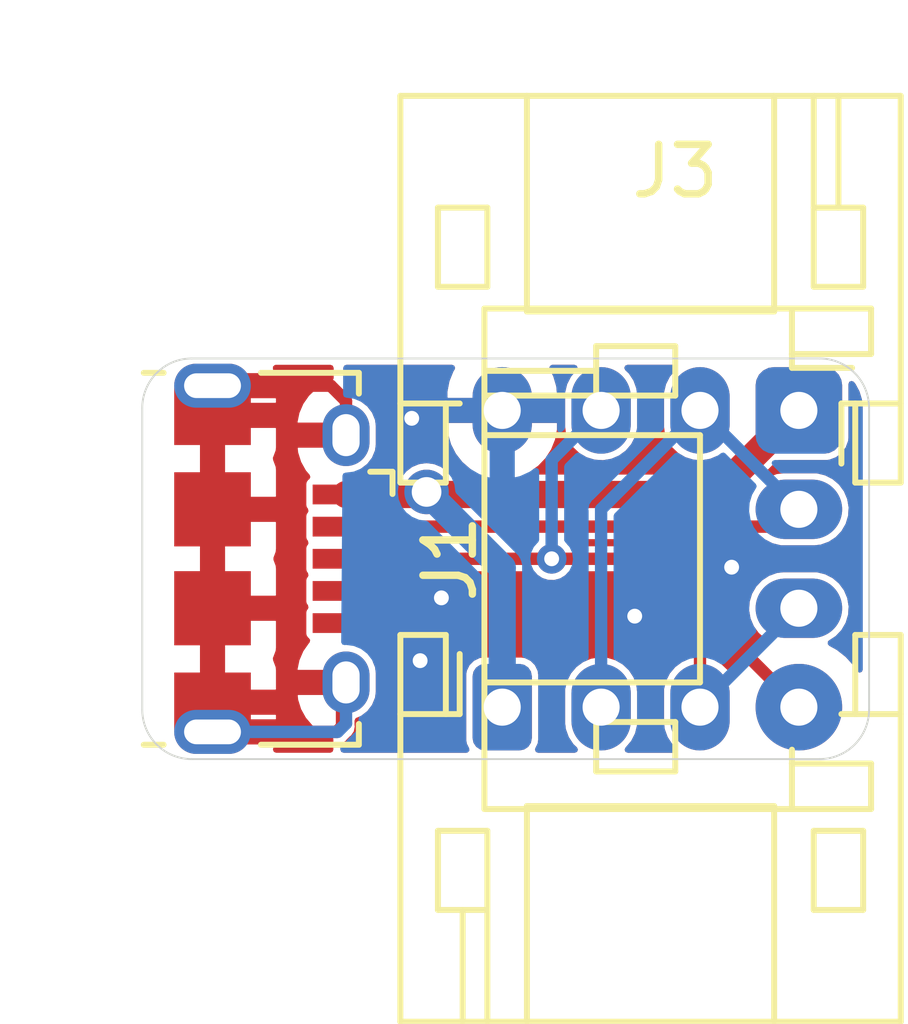
<source format=kicad_pcb>
(kicad_pcb (version 20211014) (generator pcbnew)
  (layers (0 "F.Cu" signal) (31 "B.Cu" signal) (34 "B.Paste" user) (35 "F.Paste" user) (36 "B.SilkS" user "B.Silkscreen") (37 "F.SilkS" user "F.Silkscreen") (38 "B.Mask" user) (39 "F.Mask" user) (44 "Edge.Cuts" user))
  (net 0 "")
  (net 1 "DP_MICRO")
  (net 2 "DM_MICRO")
  (net 3 "VBUS")
  (net 5 "GND1")
  (net 6 "SHIELD")
  (footprint "Connector_JST:JST_PH_S4B-PH-K_1x04_P2.00mm_Horizontal" (layer "F.Cu") (at 118.08 47 180)
    (fp_text reference "J3" (at 2.502 4.835) (layer "F.SilkS"))
    (fp_text value "Conn_01x04")
    (fp_line (start -2.06 -1.46) (end -2.06 6.36) (layer "F.SilkS") (width 0.12))
    (fp_line (start 7.14 -1.46) (end 7.14 0.14) (layer "F.SilkS") (width 0.12))
    (fp_line (start 7.3 2.5) (end 7.3 4.1) (layer "F.SilkS") (width 0.12))
    (fp_line (start 6.3 -8.5) (end 7.3 -8.5) (layer "F.SilkS") (width 0.12))
    (fp_line (start 6.3 4.1) (end 6.3 2.5) (layer "F.SilkS") (width 0.12))
    (fp_line (start -2.06 -4.54) (end -1.14 -4.54) (layer "F.SilkS") (width 0.12))
    (fp_line (start 8.06 -12.36) (end -2.06 -12.36) (layer "F.SilkS") (width 0.12))
    (fp_line (start -1.46 1.14) (end -1.46 2.06) (layer "F.SilkS") (width 0.12))
    (fp_line (start 6.86 -6.14) (end 6.86 -4.925) (layer "F.SilkS") (width 0.12))
    (fp_line (start -1.14 -1.46) (end -2.06 -1.46) (layer "F.SilkS") (width 0.12))
    (fp_line (start 4.1 0.3) (end 2.5 0.3) (layer "F.SilkS") (width 0.12))
    (fp_line (start -1.3 -10.1) (end -0.3 -10.1) (layer "F.SilkS") (width 0.12))
    (fp_line (start -1.46 2.06) (end 6.36 2.06) (layer "F.SilkS") (width 0.12))
    (fp_line (start -0.3 -10.1) (end -0.3 -8.5) (layer "F.SilkS") (width 0.12))
    (fp_line (start -1.14 -6.14) (end -0.86 -6.14) (layer "F.SilkS") (width 0.12))
    (fp_line (start 2.5 1.3) (end 4.1 1.3) (layer "F.SilkS") (width 0.12))
    (fp_line (start -2.06 6.36) (end 8.06 6.36) (layer "F.SilkS") (width 0.12))
    (fp_line (start -2.06 0.14) (end -1.14 0.14) (layer "F.SilkS") (width 0.12))
    (fp_line (start -0.3 2.5) (end -1.3 2.5) (layer "F.SilkS") (width 0.12))
    (fp_line (start -2.06 -12.36) (end -2.06 -4.54) (layer "F.SilkS") (width 0.12))
    (fp_line (start 0.14 0.86) (end -1.075 0.86) (layer "F.SilkS") (width 0.12))
    (fp_line (start 7.3 4.1) (end 6.3 4.1) (layer "F.SilkS") (width 0.12))
    (fp_line (start -1.14 -4.54) (end -1.14 -6.14) (layer "F.SilkS") (width 0.12))
    (fp_line (start 6.3 -10.1) (end 6.3 -12.36) (layer "F.SilkS") (width 0.12))
    (fp_line (start 2 -5.5) (end 6.36 -5.5) (layer "F.SilkS") (width 0.12))
    (fp_line (start 6.36 2.06) (end 6.36 -8.06) (layer "F.SilkS") (width 0.12))
    (fp_line (start 2.5 -6.3) (end 2.5 -7.3) (layer "F.SilkS") (width 0.12))
    (fp_line (start 8.06 -6.14) (end 7.14 -6.14) (layer "F.SilkS") (width 0.12))
    (fp_line (start 6.3 -10.1) (end 6.3 -8.5) (layer "F.SilkS") (width 0.12))
    (fp_line (start 2.5 -7.3) (end 4.1 -7.3) (layer "F.SilkS") (width 0.12))
    (fp_line (start 7.3 -10.1) (end 6.3 -10.1) (layer "F.SilkS") (width 0.12))
    (fp_line (start 0.5 -8) (end 0.5 -12.36) (layer "F.SilkS") (width 0.12))
    (fp_line (start 5.5 -12.36) (end 5.5 -8) (layer "F.SilkS") (width 0.12))
    (fp_line (start -1.3 -8.5) (end -1.3 -10.1) (layer "F.SilkS") (width 0.12))
    (fp_line (start -2.06 -6.14) (end -1.14 -6.14) (layer "F.SilkS") (width 0.12))
    (fp_line (start 0.5 2) (end 5.5 2) (layer "F.SilkS") (width 0.12))
    (fp_line (start -1.46 -8.06) (end -1.46 -7.14) (layer "F.SilkS") (width 0.12))
    (fp_line (start 0.14 -7.14) (end 0.14 -6.86) (layer "F.SilkS") (width 0.12))
    (fp_line (start 4.1 1.3) (end 4.1 0.3) (layer "F.SilkS") (width 0.12))
    (fp_line (start 6.3 2.5) (end 7.3 2.5) (layer "F.SilkS") (width 0.12))
    (fp_line (start 2 -0.5) (end 2 -5.5) (layer "F.SilkS") (width 0.12))
    (fp_line (start -1.3 4.1) (end -0.3 4.1) (layer "F.SilkS") (width 0.12))
    (fp_line (start 5.5 -8) (end 0.5 -8) (layer "F.SilkS") (width 0.12))
    (fp_line (start 6.8 -10.1) (end 6.8 -12.36) (layer "F.SilkS") (width 0.12))
    (fp_line (start -0.3 4.1) (end -0.3 2.5) (layer "F.SilkS") (width 0.12))
    (fp_line (start 6.36 -8.06) (end -1.46 -8.06) (layer "F.SilkS") (width 0.12))
    (fp_line (start 8.06 0.14) (end 7.14 0.14) (layer "F.SilkS") (width 0.12))
    (fp_line (start 5.5 2) (end 5.5 6.36) (layer "F.SilkS") (width 0.12))
    (fp_line (start 4.1 -6.3) (end 2.5 -6.3) (layer "F.SilkS") (width 0.12))
    (fp_line (start -1.14 0.14) (end -1.14 -1.46) (layer "F.SilkS") (width 0.12))
    (fp_line (start 8.06 -1.46) (end 7.14 -1.46) (layer "F.SilkS") (width 0.12))
    (fp_line (start 0.14 -8.06) (end 0.14 -7.14) (layer "F.SilkS") (width 0.12))
    (fp_line (start -1.3 2.5) (end -1.3 4.1) (layer "F.SilkS") (width 0.12))
    (fp_line (start 8.06 -4.54) (end 8.06 -12.36) (layer "F.SilkS") (width 0.12))
    (fp_line (start -0.86 0.14) (end -0.86 -1.075) (layer "F.SilkS") (width 0.12))
    (fp_line (start 6.86 -6.14) (end 7.14 -6.14) (layer "F.SilkS") (width 0.12))
    (fp_line (start -0.3 -8.5) (end -1.3 -8.5) (layer "F.SilkS") (width 0.12))
    (fp_line (start 4.1 0.3) (end 6.36 0.3) (layer "F.SilkS") (width 0.12))
    (fp_line (start 7.14 -4.54) (end 8.06 -4.54) (layer "F.SilkS") (width 0.12))
    (fp_line (start 0.5 6.36) (end 0.5 2) (layer "F.SilkS") (width 0.12))
    (fp_line (start 0.14 1.14) (end -1.46 1.14) (layer "F.SilkS") (width 0.12))
    (fp_line (start 2.5 0.3) (end 2.5 1.3) (layer "F.SilkS") (width 0.12))
    (fp_line (start -0.86 0.14) (end -1.14 0.14) (layer "F.SilkS") (width 0.12))
    (fp_line (start 7.14 -6.14) (end 7.14 -4.54) (layer "F.SilkS") (width 0.12))
    (fp_line (start 4.1 -7.3) (end 4.1 -6.3) (layer "F.SilkS") (width 0.12))
    (fp_line (start 7.14 0.14) (end 6.86 0.14) (layer "F.SilkS") (width 0.12))
    (fp_line (start 8.06 6.36) (end 8.06 -1.46) (layer "F.SilkS") (width 0.12))
    (fp_line (start 7.3 -8.5) (end 7.3 -10.1) (layer "F.SilkS") (width 0.12))
    (fp_line (start -1.46 -7.14) (end 0.14 -7.14) (layer "F.SilkS") (width 0.12))
    (fp_line (start 6.36 -0.5) (end 2 -0.5) (layer "F.SilkS") (width 0.12))
    (fp_line (start -0.3 4.1) (end -0.3 6.36) (layer "F.SilkS") (width 0.12))
    (fp_line (start -0.8 4.1) (end -0.8 6.36) (layer "F.SilkS") (width 0.12))
    (fp_line (start 0.14 0.86) (end 0.14 1.14) (layer "F.SilkS") (width 0.12))
    (fp_line (start 0.14 2.06) (end 0.14 1.14) (layer "F.SilkS") (width 0.12))
    (fp_line (start 4.1 0.8) (end 6.36 0.8) (layer "F.SilkS") (width 0.12))
    (pad "1" thru_hole roundrect (at 0 0 270) (size 1.75 1.75) (drill 0.75) (layers *.Cu *.Mask) (roundrect_rratio 0.2083331429) (net 3 "VBUS"))
    (pad "1" thru_hole roundrect (at 6 -6) (size 1.2 1.75) (drill 0.75) (layers *.Cu *.Mask) (roundrect_rratio 0.2083333333) (net 3 "VBUS"))
    (pad "2" thru_hole oval (at 2 0 180) (size 1.2 1.75) (drill 0.75) (layers *.Cu *.Mask) (net 2 "DM_MICRO"))
    (pad "2" thru_hole oval (at 4 -6) (size 1.2 1.75) (drill 0.75) (layers *.Cu *.Mask) (net 2 "DM_MICRO"))
    (pad "2" thru_hole oval (at 0 -2 270) (size 1.2 1.75) (drill 0.75) (layers *.Cu *.Mask) (net 2 "DM_MICRO"))
    (pad "3" thru_hole oval (at 0 -4 270) (size 1.2 1.75) (drill 0.75) (layers *.Cu *.Mask) (net 1 "DP_MICRO"))
    (pad "3" thru_hole oval (at 2 -6) (size 1.2 1.75) (drill 0.75) (layers *.Cu *.Mask) (net 1 "DP_MICRO"))
    (pad "3" thru_hole oval (at 4 0 180) (size 1.2 1.75) (drill 0.75) (layers *.Cu *.Mask) (net 1 "DP_MICRO"))
    (pad "4" thru_hole oval (at 6 0 180) (size 1.2 1.75) (drill 0.75) (layers *.Cu *.Mask) (net 5 "GND1"))
    (pad "4" thru_hole oval (at 0 -6 270) (size 1.75 1.75) (drill 0.75) (layers *.Cu *.Mask) (net 5 "GND1"))
  )
  (footprint "Connector_USB:USB_Micro-B_Amphenol_10118194_Horizontal" (layer "F.Cu") (at 107.521 50 -90)
    (fp_text reference "J1" (at 0 -3.5 90) (layer "F.SilkS"))
    (fp_text value "USB_B_Micro")
    (fp_line (start -3.76 2.69) (end -3.76 2.29) (layer "F.SilkS") (width 0.12))
    (fp_line (start -3.76 0.32) (end -3.76 -1.66) (layer "F.SilkS") (width 0.12))
    (fp_line (start -1.76 -1.89) (end -1.76 -2.34) (layer "F.SilkS") (width 0.12))
    (fp_line (start 3.76 0.32) (end 3.76 -1.66) (layer "F.SilkS") (width 0.12))
    (fp_line (start 3.76 -1.66) (end 3.34 -1.66) (layer "F.SilkS") (width 0.12))
    (fp_line (start -1.31 -2.34) (end -1.76 -2.34) (layer "F.SilkS") (width 0.12))
    (fp_line (start -3.76 -1.66) (end -3.34 -1.66) (layer "F.SilkS") (width 0.12))
    (fp_line (start 3.76 2.29) (end 3.76 2.69) (layer "F.SilkS") (width 0.12))
    (pad "1" smd rect (at -1.3 -1.4 270) (size 0.4 1.35) (layers "F.Cu" "F.Paste" "F.Mask") (net 3 "VBUS"))
    (pad "2" smd rect (at -0.65 -1.4 270) (size 0.4 1.35) (layers "F.Cu" "F.Paste" "F.Mask") (net 2 "DM_MICRO"))
    (pad "3" smd rect (at 0 -1.4 270) (size 0.4 1.35) (layers "F.Cu" "F.Paste" "F.Mask") (net 1 "DP_MICRO"))
    (pad "4" smd rect (at 0.65 -1.4 270) (size 0.4 1.35) (layers "F.Cu" "F.Paste" "F.Mask"))
    (pad "5" smd rect (at 1.3 -1.4 270) (size 0.4 1.35) (layers "F.Cu" "F.Paste" "F.Mask") (net 5 "GND1"))
    (pad "6" smd rect (at 1 1.3 270) (size 1.5 1.55) (layers "F.Cu" "F.Paste" "F.Mask") (net 6 "SHIELD"))
    (pad "6" thru_hole oval (at 3.5 1.3 270) (size 0.89 1.55) (drill oval 0.5 1.15) (layers *.Cu *.Mask) (net 6 "SHIELD"))
    (pad "6" thru_hole oval (at -2.5 -1.4 270) (size 1.25 0.95) (drill oval 0.85 0.55) (layers *.Cu *.Mask) (net 6 "SHIELD"))
    (pad "6" thru_hole oval (at 2.5 -1.4 270) (size 1.25 0.95) (drill oval 0.85 0.55) (layers *.Cu *.Mask) (net 6 "SHIELD"))
    (pad "6" smd rect (at -1 1.3 270) (size 1.5 1.55) (layers "F.Cu" "F.Paste" "F.Mask") (net 6 "SHIELD"))
    (pad "6" smd rect (at -2.9 1.3 270) (size 1.2 1.55) (layers "F.Cu" "F.Paste" "F.Mask") (net 6 "SHIELD"))
    (pad "6" smd rect (at 2.9 1.3 270) (size 1.2 1.55) (layers "F.Cu" "F.Paste" "F.Mask") (net 6 "SHIELD"))
    (pad "6" thru_hole oval (at -3.5 1.3 270) (size 0.89 1.55) (drill oval 0.5 1.15) (layers *.Cu *.Mask) (net 6 "SHIELD"))
  )
  (gr_arc (start 105.8 54.05) (mid 105.092893 53.757107) (end 104.8 53.05) (layer "Edge.Cuts") (width 0.0381))
  (gr_arc (start 104.8 46.95) (mid 105.092893 46.242893) (end 105.8 45.95) (layer "Edge.Cuts") (width 0.0381))
  (gr_arc (start 118.5 45.95) (mid 119.207107 46.242893) (end 119.5 46.95) (layer "Edge.Cuts") (width 0.0381))
  (gr_arc (start 119.5 53.05) (mid 119.207107 53.757107) (end 118.5 54.05) (layer "Edge.Cuts") (width 0.0381))
  (gr_line (start 105.8 54.05) (end 118.5 54.05) (layer "Edge.Cuts") (width 0.0381))
  (gr_line (start 104.8 53.05) (end 104.8 46.95) (layer "Edge.Cuts") (width 0.0381))
  (gr_line (start 105.8 45.95) (end 118.5 45.95) (layer "Edge.Cuts") (width 0.0381))
  (gr_line (start 119.5 53.05) (end 119.5 46.95) (layer "Edge.Cuts") (width 0.0381))
  (segment (start 115.09 50) (end 113.08 50) (width 0.25) (layer "F.Cu") (net 1))
  (segment (start 116.08 50.99) (end 115.09 50) (width 0.25) (layer "F.Cu") (net 1))
  (segment (start 108.921 50) (end 113.08 50) (width 0.25) (layer "F.Cu") (net 1))
  (segment (start 116.08 53) (end 116.08 50.99) (width 0.25) (layer "F.Cu") (net 1))
  (via (at 113.08 50) (size 0.6) (drill 0.3) (layers "F.Cu" "B.Cu") (net 1))
  (segment (start 113.08 50) (end 113.08 48) (width 0.25) (layer "B.Cu") (net 1))
  (segment (start 113.08 48) (end 114.08 47) (width 0.25) (layer "B.Cu") (net 1))
  (segment (start 116.08 52.98) (end 118.06 51) (width 0.25) (layer "B.Cu") (net 1))
  (segment (start 108.921 49.35) (end 117.73 49.35) (width 0.25) (layer "F.Cu") (net 2))
  (segment (start 116.08 47) (end 118.08 49) (width 0.25) (layer "B.Cu") (net 2))
  (segment (start 114.08 49) (end 116.08 47) (width 0.25) (layer "B.Cu") (net 2))
  (segment (start 114.08 53) (end 114.08 49) (width 0.25) (layer "B.Cu") (net 2))
  (segment (start 108.921 48.7) (end 116.38 48.7) (width 0.55) (layer "F.Cu") (net 3))
  (segment (start 116.38 48.7) (end 118.08 47) (width 0.55) (layer "F.Cu") (net 3))
  (via (at 110.55 48.6485) (size 0.9) (drill 0.6) (layers "F.Cu" "B.Cu") (net 3))
  (segment (start 112.08 50.1785) (end 112.08 53) (width 0.55) (layer "B.Cu") (net 3))
  (segment (start 110.55 48.6485) (end 112.08 50.1785) (width 0.55) (layer "B.Cu") (net 3))
  (segment (start 110.52 51.3) (end 110.55 51.27) (width 0.25) (layer "F.Cu") (net 5))
  (segment (start 118.08 53) (end 116.72 51.64) (width 0.25) (layer "F.Cu") (net 5))
  (segment (start 108.921 51.3) (end 110.52 51.3) (width 0.25) (layer "F.Cu") (net 5))
  (segment (start 116.72 51.64) (end 116.72 50.17) (width 0.25) (layer "F.Cu") (net 5))
  (via (at 110.25 47.16) (size 0.6) (drill 0.3) (layers "F.Cu" "B.Cu") (net 5))
  (via (at 110.42 52.06) (size 0.6) (drill 0.3) (layers "F.Cu" "B.Cu") (net 5))
  (via (at 110.85 50.79) (size 0.6) (drill 0.3) (layers "F.Cu" "B.Cu") (net 5))
  (via (at 114.76 51.16) (size 0.6) (drill 0.3) (layers "F.Cu" "B.Cu") (net 5))
  (via (at 116.72 50.17) (size 0.6) (drill 0.3) (layers "F.Cu" "B.Cu") (net 5))
  (segment (start 106.221 53.5) (end 108.73 53.5) (width 0.25) (layer "F.Cu") (net 6))
  (segment (start 108.921 46.811) (end 108.61 46.5) (width 0.25) (layer "F.Cu") (net 6))
  (segment (start 108.73 53.5) (end 108.84 53.39) (width 0.25) (layer "F.Cu") (net 6))
  (segment (start 108.921 47.5) (end 108.921 46.811) (width 0.25) (layer "F.Cu") (net 6))
  (segment (start 106.221 53.5) (end 106.221 46.5) (width 0.25) (layer "F.Cu") (net 6))
  (segment (start 108.84 53.39) (end 108.84 52.581) (width 0.25) (layer "F.Cu") (net 6))
  (segment (start 108.61 46.5) (end 106.221 46.5) (width 0.25) (layer "F.Cu") (net 6))
  (segment (start 106.221 53.5) (end 108.75 53.5) (width 0.25) (layer "B.Cu") (net 6))
  (segment (start 108.75 53.5) (end 108.921 53.329) (width 0.25) (layer "B.Cu") (net 6))
  (segment (start 108.921 53.329) (end 108.921 52.5) (width 0.25) (layer "B.Cu") (net 6))
  (zone (net 6) (net_name "SHIELD") (layer "F.Cu") (priority 1) (connect_pads (clearance 0.127)) (min_thickness 0.127) (fill yes (thermal_gap 0.508) (thermal_bridge_width 0.508))
    (polygon (pts (xy 108.665 54.332) (xy 105.182 54.175) (xy 105.144 45.783) (xy 108.672 45.573)))
  )
  (zone (net 5) (net_name "GND1") (layers F&B.Cu) (connect_pads (clearance 0.127)) (min_thickness 0.127) (fill yes (thermal_gap 0.508) (thermal_bridge_width 0.508))
    (polygon (pts (xy 119.254 55.377) (xy 108.8 54.74) (xy 108.87 45.48) (xy 120.299 45.153)))
  )
)
</source>
